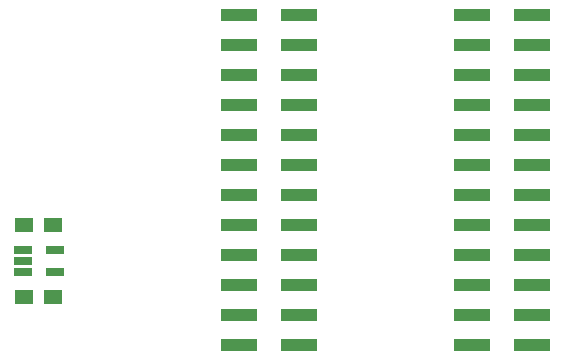
<source format=gtp>
G04 #@! TF.FileFunction,Paste,Top*
%FSLAX46Y46*%
G04 Gerber Fmt 4.6, Leading zero omitted, Abs format (unit mm)*
G04 Created by KiCad (PCBNEW 4.0.6) date 01/22/18 19:18:38*
%MOMM*%
%LPD*%
G01*
G04 APERTURE LIST*
%ADD10C,0.100000*%
%ADD11R,1.500000X1.250000*%
%ADD12R,3.150000X1.000000*%
%ADD13R,1.560000X0.650000*%
G04 APERTURE END LIST*
D10*
D11*
X191750000Y-138430000D03*
X189250000Y-138430000D03*
X191750000Y-132334000D03*
X189250000Y-132334000D03*
D12*
X212525000Y-142470000D03*
X207475000Y-142470000D03*
X212525000Y-139930000D03*
X207475000Y-139930000D03*
X212525000Y-137390000D03*
X207475000Y-137390000D03*
X212525000Y-134850000D03*
X207475000Y-134850000D03*
X212525000Y-132310000D03*
X207475000Y-132310000D03*
X212525000Y-129770000D03*
X207475000Y-129770000D03*
X212525000Y-127230000D03*
X207475000Y-127230000D03*
X212525000Y-124690000D03*
X207475000Y-124690000D03*
X212525000Y-122150000D03*
X207475000Y-122150000D03*
X212525000Y-119610000D03*
X207475000Y-119610000D03*
X212525000Y-117070000D03*
X207475000Y-117070000D03*
X212525000Y-114530000D03*
X207475000Y-114530000D03*
X232275000Y-142470000D03*
X227225000Y-142470000D03*
X232275000Y-139930000D03*
X227225000Y-139930000D03*
X232275000Y-137390000D03*
X227225000Y-137390000D03*
X232275000Y-134850000D03*
X227225000Y-134850000D03*
X232275000Y-132310000D03*
X227225000Y-132310000D03*
X232275000Y-129770000D03*
X227225000Y-129770000D03*
X232275000Y-127230000D03*
X227225000Y-127230000D03*
X232275000Y-124690000D03*
X227225000Y-124690000D03*
X232275000Y-122150000D03*
X227225000Y-122150000D03*
X232275000Y-119610000D03*
X227225000Y-119610000D03*
X232275000Y-117070000D03*
X227225000Y-117070000D03*
X232275000Y-114530000D03*
X227225000Y-114530000D03*
D13*
X189150000Y-134432000D03*
X189150000Y-135382000D03*
X189150000Y-136332000D03*
X191850000Y-136332000D03*
X191850000Y-134432000D03*
M02*

</source>
